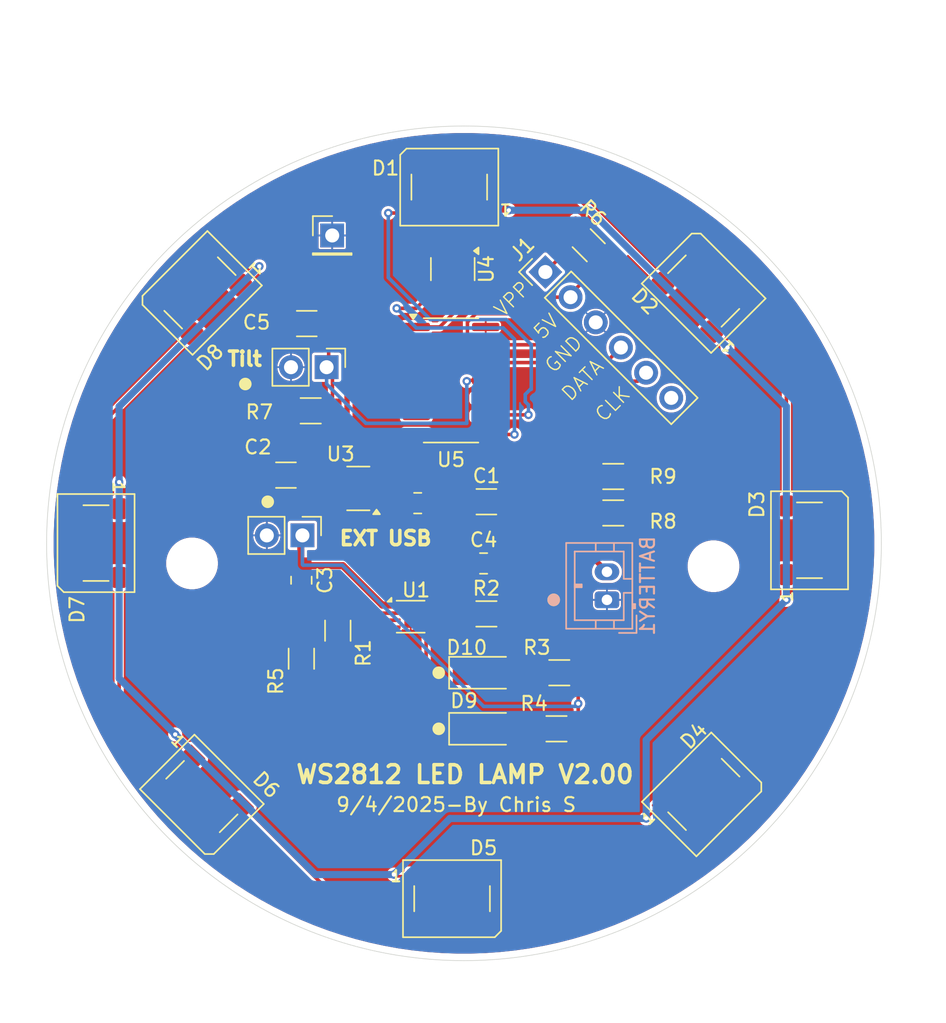
<source format=kicad_pcb>
(kicad_pcb (version 20241229) (generator "pcbnew") (generator_version "9.0")
  (layers (0 "F.Cu" signal) (2 "B.Cu" signal) (13 "F.Paste" user) (15 "B.Paste" user) (5 "F.SilkS" user "F.Silkscreen") (7 "B.SilkS" user "B.Silkscreen") (1 "F.Mask" user) (3 "B.Mask" user) (25 "Edge.Cuts" user))
  (net 0 "")
  (net 1 "VBATT")
  (net 2 "GND")
  (net 3 "5V")
  (net 4 "Net-(EXT_USB1-Pin_1)")
  (net 5 "/STAT")
  (net 6 "Net-(D9-A)")
  (net 7 "Net-(D10-A)")
  (net 8 "/PG")
  (net 9 "Net-(U1-ISET)")
  (net 10 "Net-(U1-VSET)")
  (net 11 "Net-(U1-TS)")
  (net 12 "VPP")
  (net 13 "TILT SWITCH{slash}INT0")
  (net 14 "SDO")
  (net 15 "ICSPDAT")
  (net 16 "ICSPCLK")
  (net 20 "/SCLK6")
  (net 21 "/SW")
  (net 22 "/SWITCHED_5V")
  (net 23 "BATTERY_SENSE")
  (net 25 "LED_ENABLE")
  (net 30 "Net-(D1-DOUT)")
  (net 31 "Net-(D2-DOUT)")
  (net 32 "Net-(D3-DOUT)")
  (net 33 "Net-(D4-DOUT)")
  (net 34 "Net-(D5-DOUT)")
  (net 35 "Net-(D6-DOUT)")
  (net 36 "Net-(D7-DOUT)")
  (footprint "LED_SMD:LED_WS2812B_PLCC4_5.0x5.0mm_P3.2mm" (layer "F.Cu") (at 69.75 96.12)
    (property "Reference" "D5" (at 2.25 -3.62 0) (layer "F.SilkS"))
    (property "Value" "WS2812B" (hide yes))
    (fp_text user "1" (at -4 -1.6 0) (layer "F.SilkS") (effects (font (size 0.8 0.8))))
    (pad "1" smd roundrect (at -2.45 -1.65) (size 1.5 0.9) (layers "F.Cu" "F.Mask" "F.Paste") (roundrect_rratio 0.1) (net 22 "/SWITCHED_5V"))
    (pad "2" smd roundrect (at -2.45 1.65) (size 1.5 0.9) (layers "F.Cu" "F.Mask" "F.Paste") (roundrect_rratio 0.1) (net 34 "Net-(D5-DOUT)"))
    (pad "3" smd roundrect (at 2.45 1.65) (size 1.5 0.9) (layers "F.Cu" "F.Mask" "F.Paste") (roundrect_rratio 0.1) (net 2 "GND"))
    (pad "4" smd roundrect (at 2.45 -1.65) (size 1.5 0.9) (layers "F.Cu" "F.Mask" "F.Paste") (roundrect_rratio 0.1) (net 33 "Net-(D4-DOUT)"))
  )
  (footprint "LED_SMD:LED_WS2812B_PLCC4_5.0x5.0mm_P3.2mm" (layer "F.Cu") (at 69.55 45.35 180)
    (property "Reference" "D1" (at 4.55 1.35 0) (layer "F.SilkS"))
    (property "Value" "WS2812B" (hide yes))
    (fp_text user "1" (at -4 -1.6 180) (layer "F.SilkS") (effects (font (size 0.8 0.8))))
    (pad "1" smd roundrect (at -2.45 -1.65 180) (size 1.5 0.9) (layers "F.Cu" "F.Mask" "F.Paste") (roundrect_rratio 0.1) (net 22 "/SWITCHED_5V"))
    (pad "2" smd roundrect (at -2.45 1.65 180) (size 1.5 0.9) (layers "F.Cu" "F.Mask" "F.Paste") (roundrect_rratio 0.1) (net 30 "Net-(D1-DOUT)"))
    (pad "3" smd roundrect (at 2.45 1.65 180) (size 1.5 0.9) (layers "F.Cu" "F.Mask" "F.Paste") (roundrect_rratio 0.1) (net 2 "GND"))
    (pad "4" smd roundrect (at 2.45 -1.65 180) (size 1.5 0.9) (layers "F.Cu" "F.Mask" "F.Paste") (roundrect_rratio 0.1) (net 14 "SDO"))
  )
  (footprint "Capacitor_SMD:C_1206_3216Metric_Pad1.33x1.80mm_HandSolder" (layer "F.Cu") (at 59.383578 55.088729 180)
    (property "Reference" "C5" (at 3.583578 0.088729 0) (layer "F.SilkS"))
    (property "Value" "10nF" (hide yes))
    (pad "1" smd roundrect (at -1.5625 0 180) (size 1.325 1.8) (layers "F.Cu" "F.Mask" "F.Paste") (roundrect_rratio 0.188679) (net 13 "TILT SWITCH{slash}INT0"))
    (pad "2" smd roundrect (at 1.5625 0 180) (size 1.325 1.8) (layers "F.Cu" "F.Mask" "F.Paste") (roundrect_rratio 0.188679) (net 2 "GND"))
  )
  (footprint "Connector_PinHeader_2.54mm:PinHeader_1x02_P2.54mm_Vertical" (layer "F.Cu") (at 60.8 58.2 -90)
    (property "Reference" "TILTSWITCH1" (hide yes))
    (property "Value" "Conn_01x02_Pin" (hide yes))
    (pad "1" thru_hole rect (at 0 0 270) (size 1.7 1.7) (drill 1) (layers "*.Cu" "*.Mask") (net 13 "TILT SWITCH{slash}INT0"))
    (pad "2" thru_hole oval (at 0 2.54 270) (size 1.7 1.7) (drill 1) (layers "*.Cu" "*.Mask") (net 2 "GND"))
  )
  (footprint "LED_SMD:LED_WS2812B_PLCC4_5.0x5.0mm_P3.2mm" (layer "F.Cu") (at 51.765685 52.900862 -135)
    (property "Reference" "D8" (at 2.732843 -3.771321 45) (layer "F.SilkS"))
    (property "Value" "WS2812B" (hide yes))
    (fp_text user "1" (at -4 -1.6 225) (layer "F.SilkS") (effects (font (size 0.8 0.8))))
    (pad "1" smd roundrect (at -2.45 -1.65 225) (size 1.5 0.9) (layers "F.Cu" "F.Mask" "F.Paste") (roundrect_rratio 0.1) (net 22 "/SWITCHED_5V"))
    (pad "2" smd roundrect (at -2.45 1.65 225) (size 1.5 0.9) (layers "F.Cu" "F.Mask" "F.Paste") (roundrect_rratio 0.1))
    (pad "3" smd roundrect (at 2.45 1.65 225) (size 1.5 0.9) (layers "F.Cu" "F.Mask" "F.Paste") (roundrect_rratio 0.1) (net 2 "GND"))
    (pad "4" smd roundrect (at 2.45 -1.65 225) (size 1.5 0.9) (layers "F.Cu" "F.Mask" "F.Paste") (roundrect_rratio 0.1) (net 36 "Net-(D7-DOUT)"))
  )
  (footprint "Resistor_SMD:R_1206_3216Metric_Pad1.30x1.75mm_HandSolder" (layer "F.Cu") (at 77.2 84.000001 180)
    (property "Reference" "R4" (at 1.6 1.8 180) (layer "F.SilkS"))
    (property "Value" "10k" (hide yes))
    (pad "1" smd roundrect (at -1.550001 0 180) (size 1.3 1.75) (layers "F.Cu" "F.Mask" "F.Paste") (roundrect_rratio 0.192308) (net 4 "Net-(EXT_USB1-Pin_1)"))
    (pad "2" smd roundrect (at 1.550001 0 180) (size 1.3 1.75) (layers "F.Cu" "F.Mask" "F.Paste") (roundrect_rratio 0.192308) (net 6 "Net-(D9-A)"))
  )
  (footprint "Package_TO_SOT_SMD:SOT-23-5" (layer "F.Cu") (at 69.8 51.2 -90)
    (property "Reference" "U4" (at 0 -2.4 90) (layer "F.SilkS"))
    (property "Value" "AP22811" (hide yes))
    (pad "1" smd roundrect (at -1.1375 -0.949999 270) (size 1.325 0.6) (layers "F.Cu" "F.Mask" "F.Paste") (net 22 "/SWITCHED_5V"))
    (pad "2" smd roundrect (at -1.1375 0 270) (size 1.325 0.6) (layers "F.Cu" "F.Mask" "F.Paste") (net 2 "GND"))
    (pad "3" smd roundrect (at -1.1375 0.949999 270) (size 1.325 0.6) (layers "F.Cu" "F.Mask" "F.Paste"))
    (pad "4" smd roundrect (at 1.1375 0.949999 270) (size 1.325 0.6) (layers "F.Cu" "F.Mask" "F.Paste") (net 25 "LED_ENABLE"))
    (pad "5" smd roundrect (at 1.1375 -0.949999 270) (size 1.325 0.6) (layers "F.Cu" "F.Mask" "F.Paste") (net 3 "5V"))
  )
  (footprint "Resistor_SMD:R_1206_3216Metric_Pad1.30x1.75mm_HandSolder" (layer "F.Cu") (at 61.6 77.000001 -90)
    (property "Reference" "R1" (at 1.6 -1.82 90) (layer "F.SilkS"))
    (property "Value" "604" (hide yes))
    (pad "1" smd roundrect (at -1.550001 0 270) (size 1.3 1.75) (layers "F.Cu" "F.Mask" "F.Paste") (roundrect_rratio 0.192308) (net 9 "Net-(U1-ISET)"))
    (pad "2" smd roundrect (at 1.550001 0 270) (size 1.3 1.75) (layers "F.Cu" "F.Mask" "F.Paste") (roundrect_rratio 0.192308) (net 2 "GND"))
  )
  (footprint "Capacitor_SMD:C_1206_3216Metric_Pad1.33x1.80mm_HandSolder" (layer "F.Cu") (at 57.9 65.900001 180)
    (property "Reference" "C2" (at 2 2 0) (layer "F.SilkS"))
    (property "Value" "22uF" (hide yes))
    (pad "1" smd roundrect (at -1.5625 0 180) (size 1.325 1.8) (layers "F.Cu" "F.Mask" "F.Paste") (roundrect_rratio 0.188679) (net 3 "5V"))
    (pad "2" smd roundrect (at 1.5625 0 180) (size 1.325 1.8) (layers "F.Cu" "F.Mask" "F.Paste") (roundrect_rratio 0.188679) (net 2 "GND"))
  )
  (footprint "LED_SMD:LED_WS2812B_PLCC4_5.0x5.0mm_P3.2mm" (layer "F.Cu") (at 87.710512 88.680512 45)
    (property "Reference" "D4" (at 2.453661 -3.458476 45) (layer "F.SilkS"))
    (property "Value" "WS2812B" (hide yes))
    (fp_text user "1" (at -4 -1.6 45) (layer "F.SilkS") (effects (font (size 0.8 0.8))))
    (pad "1" smd roundrect (at -2.45 -1.65 45) (size 1.5 0.9) (layers "F.Cu" "F.Mask" "F.Paste") (roundrect_rratio 0.1) (net 22 "/SWITCHED_5V"))
    (pad "2" smd roundrect (at -2.45 1.65 45) (size 1.5 0.9) (layers "F.Cu" "F.Mask" "F.Paste") (roundrect_rratio 0.1) (net 33 "Net-(D4-DOUT)"))
    (pad "3" smd roundrect (at 2.45 1.65 45) (size 1.5 0.9) (layers "F.Cu" "F.Mask" "F.Paste") (roundrect_rratio 0.1) (net 2 "GND"))
    (pad "4" smd roundrect (at 2.45 -1.65 45) (size 1.5 0.9) (layers "F.Cu" "F.Mask" "F.Paste") (roundrect_rratio 0.1) (net 32 "Net-(D3-DOUT)"))
  )
  (footprint "Resistor_SMD:R_1206_3216Metric_Pad1.30x1.75mm_HandSolder" (layer "F.Cu") (at 81.249999 66.000001)
    (property "Reference" "R9" (at 3.550001 0 0) (layer "F.SilkS"))
    (property "Value" "100k" (hide yes))
    (pad "1" smd roundrect (at -1.55 0) (size 1.3 1.75) (layers "F.Cu" "F.Mask" "F.Paste") (roundrect_rratio 0.192308) (net 2 "GND"))
    (pad "2" smd roundrect (at 1.55 0) (size 1.3 1.75) (layers "F.Cu" "F.Mask" "F.Paste") (roundrect_rratio 0.192308) (net 23 "BATTERY_SENSE"))
  )
  (footprint "Capacitor_SMD:C_0805_2012Metric_Pad1.18x1.45mm_HandSolder" (layer "F.Cu") (at 59 73.400001 -90)
    (property "Reference" "C3" (at 0 -1.679999 90) (layer "F.SilkS"))
    (property "Value" "4.7uF" (hide yes))
    (pad "1" smd roundrect (at -1.0375 0 270) (size 1.175 1.45) (layers "F.Cu" "F.Mask" "F.Paste") (roundrect_rratio 0.212766) (net 4 "Net-(EXT_USB1-Pin_1)"))
    (pad "2" smd roundrect (at 1.0375 0 270) (size 1.175 1.45) (layers "F.Cu" "F.Mask" "F.Paste") (roundrect_rratio 0.212766) (net 2 "GND"))
  )
  (footprint "Package_SON:WSON-8-1EP_2x2mm_P0.5mm_EP0.9x1.6mm" (layer "F.Cu") (at 66.8 76.000001)
    (property "Reference" "U1" (at 0.38 -1.9 0) (layer "F.SilkS"))
    (property "Value" "BQ25176" (hide yes))
    (pad "1" smd roundrect (at -1.1595 -0.75) (size 0.881 0.25) (layers "F.Cu" "F.Mask" "F.Paste") (net 4 "Net-(EXT_USB1-Pin_1)"))
    (pad "2" smd roundrect (at -1.1595 -0.25) (size 0.881 0.25) (layers "F.Cu" "F.Mask" "F.Paste") (net 9 "Net-(U1-ISET)"))
    (pad "3" smd roundrect (at -1.1595 0.25) (size 0.881 0.25) (layers "F.Cu" "F.Mask" "F.Paste") (net 11 "Net-(U1-TS)"))
    (pad "4" smd roundrect (at -1.1595 0.75) (size 0.881 0.25) (layers "F.Cu" "F.Mask" "F.Paste") (net 2 "GND"))
    (pad "5" smd roundrect (at 1.1845 0.75) (size 0.931 0.25) (layers "F.Cu" "F.Mask" "F.Paste") (net 5 "/STAT"))
    (pad "6" smd roundrect (at 1.1845 0.25) (size 0.931 0.25) (layers "F.Cu" "F.Mask" "F.Paste") (net 8 "/PG"))
    (pad "7" smd roundrect (at 1.1845 -0.25) (size 0.931 0.25) (layers "F.Cu" "F.Mask" "F.Paste") (net 10 "Net-(U1-VSET)"))
    (pad "8" smd roundrect (at 1.1845 -0.75) (size 0.931 0.25) (layers "F.Cu" "F.Mask" "F.Paste") (net 1 "VBATT"))
    (pad "9" smd rect (at 0 0) (size 0.9 1.6) (layers "F.Cu" "F.Mask") (net 2 "GND"))
  )
  (footprint "LED_SMD:LED_WS2812B_PLCC4_5.0x5.0mm_P3.2mm" (layer "F.Cu") (at 87.699138 52.765685 135)
    (property "Reference" "D2" (at 2.45 -3.488478 135) (layer "F.SilkS"))
    (property "Value" "WS2812B" (hide yes))
    (fp_text user "1" (at -4 -1.6 135) (layer "F.SilkS") (effects (font (size 0.8 0.8))))
    (pad "1" smd roundrect (at -2.45 -1.65 135) (size 1.5 0.9) (layers "F.Cu" "F.Mask" "F.Paste") (roundrect_rratio 0.1) (net 22 "/SWITCHED_5V"))
    (pad "2" smd roundrect (at -2.45 1.65 135) (size 1.5 0.9) (layers "F.Cu" "F.Mask" "F.Paste") (roundrect_rratio 0.1) (net 31 "Net-(D2-DOUT)"))
    (pad "3" smd roundrect (at 2.45 1.65 135) (size 1.5 0.9) (layers "F.Cu" "F.Mask" "F.Paste") (roundrect_rratio 0.1) (net 2 "GND"))
    (pad "4" smd roundrect (at 2.45 -1.65 135) (size 1.5 0.9) (layers "F.Cu" "F.Mask" "F.Paste") (roundrect_rratio 0.1) (net 30 "Net-(D1-DOUT)"))
  )
  (footprint "LED_SMD:LED_1206_3216Metric_Pad1.42x1.75mm_HandSolder" (layer "F.Cu") (at 72 80.000001)
    (property "Reference" "D10" (at -1.2 -1.8 0) (layer "F.SilkS"))
    (property "Value" "Red" (hide yes))
    (pad "1" smd roundrect (at -1.4875 0) (size 1.425 1.75) (layers "F.Cu" "F.Mask" "F.Paste") (roundrect_rratio 0.175439) (net 8 "/PG"))
    (pad "2" smd roundrect (at 1.4875 0) (size 1.425 1.75) (layers "F.Cu" "F.Mask" "F.Paste") (roundrect_rratio 0.175439) (net 7 "Net-(D10-A)"))
  )
  (footprint "LED_SMD:LED_WS2812B_PLCC4_5.0x5.0mm_P3.2mm" (layer "F.Cu") (at 95.25 70.55 90)
    (property "Reference" "D3" (at 2.55 -3.75 90) (layer "F.SilkS"))
    (property "Value" "WS2812B" (hide yes))
    (fp_text user "1" (at -4 -1.6 90) (layer "F.SilkS") (effects (font (size 0.8 0.8))))
    (pad "1" smd roundrect (at -2.45 -1.65 90) (size 1.5 0.9) (layers "F.Cu" "F.Mask" "F.Paste") (roundrect_rratio 0.1) (net 22 "/SWITCHED_5V"))
    (pad "2" smd roundrect (at -2.45 1.65 90) (size 1.5 0.9) (layers "F.Cu" "F.Mask" "F.Paste") (roundrect_rratio 0.1) (net 32 "Net-(D3-DOUT)"))
    (pad "3" smd roundrect (at 2.45 1.65 90) (size 1.5 0.9) (layers "F.Cu" "F.Mask" "F.Paste") (roundrect_rratio 0.1) (net 2 "GND"))
    (pad "4" smd roundrect (at 2.45 -1.65 90) (size 1.5 0.9) (layers "F.Cu" "F.Mask" "F.Paste") (roundrect_rratio 0.1) (net 31 "Net-(D2-DOUT)"))
  )
  (footprint "LED_SMD:LED_1206_3216Metric_Pad1.42x1.75mm_HandSolder" (layer "F.Cu") (at 72 84.000001)
    (property "Reference" "D9" (at -1.4 -2 0) (layer "F.SilkS"))
    (property "Value" "Green" (hide yes))
    (pad "1" smd roundrect (at -1.4875 0) (size 1.425 1.75) (layers "F.Cu" "F.Mask" "F.Paste") (roundrect_rratio 0.175439) (net 5 "/STAT"))
    (pad "2" smd roundrect (at 1.4875 0) (size 1.425 1.75) (layers "F.Cu" "F.Mask" "F.Paste") (roundrect_rratio 0.175439) (net 6 "Net-(D9-A)"))
  )
  (footprint "MountingHole:MountingHole_3.2mm_M3" (layer "F.Cu") (at 88.4 72.4)
    (property "Reference" "H2" (hide yes))
    (property "Value" "MountingHole" (hide yes))
    (pad "" np_thru_hole circle (at 0 0) (size 3.2 3.2) (drill 3.2) (layers "*.Cu" "*.Mask"))
  )
  (footprint "Capacitor_SMD:C_1206_3216Metric_Pad1.33x1.80mm_HandSolder" (layer "F.Cu") (at 72.2 67.800001)
    (property "Reference" "C1" (at 0 -1.850001 0) (layer "F.SilkS"))
    (property "Value" "4.7uF" (hide yes))
    (pad "1" smd roundrect (at -1.5625 0) (size 1.325 1.8) (layers "F.Cu" "F.Mask" "F.Paste") (roundrect_rratio 0.188679) (net 1 "VBATT"))
    (pad "2" smd roundrect (at 1.5625 0) (size 1.325 1.8) (layers "F.Cu" "F.Mask" "F.Paste") (roundrect_rratio 0.188679) (net 2 "GND"))
  )
  (footprint "Package_SO:SO-14_3.9x8.65mm_P1.27mm" (layer "F.Cu") (at 69.675 59.14)
    (property "Reference" "U5" (at 0 5.66 0) (layer "F.SilkS"))
    (property "Value" "PIC16F17124-I/SL" (hide yes))
    (pad "1" smd roundrect (at -2.475 -3.81) (size 1.95 0.6) (layers "F.Cu" "F.Mask" "F.Paste") (net 3 "5V"))
    (pad "2" smd roundrect (at -2.475 -2.54) (size 1.95 0.6) (layers "F.Cu" "F.Mask" "F.Paste"))
    (pad "3" smd roundrect (at -2.475 -1.27) (size 1.95 0.6) (layers "F.Cu" "F.Mask" "F.Paste"))
    (pad "4" smd roundrect (at -2.475 0) (size 1.95 0.6) (layers "F.Cu" "F.Mask" "F.Paste") (net 12 "VPP"))
    (pad "5" smd roundrect (at -2.475 1.27) (size 1.95 0.6) (layers "F.Cu" "F.Mask" "F.Paste"))
    (pad "6" smd roundrect (at -2.475 2.54) (size 1.95 0.6) (layers "F.Cu" "F.Mask" "F.Paste"))
    (pad "7" smd roundrect (at -2.475 3.81) (size 1.95 0.6) (layers "F.Cu" "F.Mask" "F.Paste") (net 23 "BATTERY_SENSE"))
    (pad "8" smd roundrect (at 2.475 3.81) (size 1.95 0.6) (layers "F.Cu" "F.Mask" "F.Paste") (net 25 "LED_ENABLE"))
    (pad "9" smd roundrect (at 2.475 2.54) (size 1.95 0.6) (layers "F.Cu" "F.Mask" "F.Paste") (net 14 "SDO"))
    (pad "10" smd roundrect (at 2.475 1.27) (size 1.95 0.6) (layers "F.Cu" "F.Mask" "F.Paste"))
    (pad "11" smd roundrect (at 2.475 0) (size 1.95 0.6) (layers "F.Cu" "F.Mask" "F.Paste") (net 13 "TILT SWITCH{slash}INT0"))
    (pad "12" smd roundrect (at 2.475 -1.27) (size 1.95 0.6) (layers "F.Cu" "F.Mask" "F.Paste") (net 16 "ICSPCLK"))
    (pad "13" smd roundrect (at 2.475 -2.54) (size 1.95 0.6) (layers "F.Cu" "F.Mask" "F.Paste") (net 15 "ICSPDAT"))
    (pad "14" smd roundrect (at 2.475 -3.81) (size 1.95 0.6) (layers "F.Cu" "F.Mask" "F.Paste") (net 2 "GND"))
  )
  (footprint "MountingHole:MountingHole_3.2mm_M3" (layer "F.Cu") (at 51.2 72.2)
    (property "Reference" "H1" (hide yes))
    (property "Value" "MountingHole" (hide yes))
    (pad "" np_thru_hole circle (at 0 0) (size 3.2 3.2) (drill 3.2) (layers "*.Cu" "*.Mask"))
  )
  (footprint "Resistor_SMD:R_1206_3216Metric_Pad1.30x1.75mm_HandSolder" (layer "F.Cu") (at 59 79.000001 90)
    (property "Reference" "R5" (at -1.6 -1.82 270) (layer "F.SilkS"))
    (property "Value" "10k" (hide yes))
    (pad "1" smd roundrect (at -1.550001 0 90) (size 1.3 1.75) (layers "F.Cu" "F.Mask" "F.Paste") (roundrect_rratio 0.192308) (net 2 "GND"))
    (pad "2" smd roundrect (at 1.550001 0 90) (size 1.3 1.75) (layers "F.Cu" "F.Mask" "F.Paste") (roundrect_rratio 0.192308) (net 11 "Net-(U1-TS)"))
  )
  (footprint "Connector_PinHeader_2.54mm:PinHeader_1x01_P2.54mm_Vertical" (layer "F.Cu") (at 61.2 48.8)
    (property "Reference" "TP1" (hide yes))
    (property "Value" "TestPoint" (hide yes))
    (pad "1" thru_hole rect (at 0 0) (size 1.7 1.7) (drill 1) (layers "*.Cu" "*.Mask") (net 2 "GND"))
  )
  (footprint "LED_SMD:LED_WS2812B_PLCC4_5.0x5.0mm_P3.2mm" (layer "F.Cu") (at 51.900862 88.834315 -45)
    (property "Reference" "D6" (at 2.662132 -3.842031 135) (layer "F.SilkS"))
    (property "Value" "WS2812B" (hide yes))
    (fp_text user "1" (at -4 -1.6 315) (layer "F.SilkS") (effects (font (size 0.8 0.8))))
    (pad "1" smd roundrect (at -2.45 -1.65 315) (size 1.5 0.9) (layers "F.Cu" "F.Mask" "F.Paste") (roundrect_rratio 0.1) (net 22 "/SWITCHED_5V"))
    (pad "2" smd roundrect (at -2.45 1.65 315) (size 1.5 0.9) (layers "F.Cu" "F.Mask" "F.Paste") (roundrect_rratio 0.1) (net 35 "Net-(D6-DOUT)"))
    (pad "3" smd roundrect (at 2.45 1.65 315) (size 1.5 0.9) (layers "F.Cu" "F.Mask" "F.Paste") (roundrect_rratio 0.1) (net 2 "GND"))
    (pad "4" smd roundrect (at 2.45 -1.65 315) (size 1.5 0.9) (layers "F.Cu" "F.Mask" "F.Paste") (roundrect_rratio 0.1) (net 34 "Net-(D5-DOUT)"))
  )
  (footprint "Resistor_SMD:R_1206_3216Metric_Pad1.30x1.75mm_HandSolder" (layer "F.Cu") (at 77.4 80.000001 180)
    (property "Reference" "R3" (at 1.6 1.8 180) (layer "F.SilkS"))
    (property "Value" "10k" (hide yes))
    (pad "1" smd roundrect (at -1.550001 0 180) (size 1.3 1.75) (layers "F.Cu" "F.Mask" "F.Paste") (roundrect_rratio 0.192308) (net 4 "Net-(EXT_USB1-Pin_1)"))
    (pad "2" smd roundrect (at 1.550001 0 180) (size 1.3 1.75) (layers "F.Cu" "F.Mask" "F.Paste") (roundrect_rratio 0.192308) (net 7 "Net-(D10-A)"))
  )
  (footprint "Resistor_SMD:R_1206_3216Metric_Pad1.30x1.75mm_HandSolder" (layer "F.Cu") (at 81.249999 68.600001 180)
    (property "Reference" "R8" (at -3.550001 -0.6 180) (layer "F.SilkS"))
    (property "Value" "100k" (hide yes))
    (pad "1" smd roundrect (at -1.550001 0 180) (size 1.3 1.75) (layers "F.Cu" "F.Mask" "F.Paste") (roundrect_rratio 0.192308) (net 23 "BATTERY_SENSE"))
    (pad "2" smd roundrect (at 1.550001 0 180) (size 1.3 1.75) (layers "F.Cu" "F.Mask" "F.Paste") (roundrect_rratio 0.192308) (net 1 "VBATT"))
  )
  (footprint "SparkFun-Capacitor:C_0805_2012Metric" (layer "F.Cu") (at 67.3 67.900001 180)
    (property "Reference" "L2")
    (property "Value" "2.2uH" (hide yes))
    (pad "1" smd roundrect (at -0.95 0 180) (size 1 1.45) (layers "F.Cu" "F.Mask" "F.Paste") (net 1 "VBATT"))
    (pad "2" smd roundrect (at 0.95 0 180) (size 1 1.45) (layers "F.Cu" "F.Mask" "F.Paste") (net 21 "/SW"))
  )
  (footprint "Connector_PinHeader_2.54mm:PinHeader_1x06_P2.54mm_Vertical" (layer "F.Cu") (at 76.407898 51.407898 45)
    (property "Reference" "J1" (at 0 -2.33 45) (layer "F.SilkS"))
    (property "Value" "Conn_PIC_ICSP_ICD" (hide yes))
    (pad "1" thru_hole rect (at 0 0 45) (size 1.7 1.7) (drill 1) (layers "*.Cu" "*.Mask") (net 12 "VPP"))
    (pad "2" thru_hole oval (at 0 2.54 45) (size 1.7 1.7) (drill 1) (layers "*.Cu" "*.Mask") (net 3 "5V"))
    (pad "3" thru_hole oval (at 0 5.079999 45) (size 1.7 1.7) (drill 1) (layers "*.Cu" "*.Mask") (net 2 "GND"))
    (pad "4" thru_hole oval (at 0 7.62 45) (size 1.7 1.7) (drill 1) (layers "*.Cu" "*.Mask") (net 15 "ICSPDAT"))
    (pad "5" thru_hole oval (at 0 10.16 45) (size 1.7 1.7) (drill 1) (layers "*.Cu" "*.Mask") (net 16 "ICSPCLK"))
    (pad "6" thru_hole oval (at 0 12.7 45) (size 1.7 1.7) (drill 1) (layers "*.Cu" "*.Mask"))
  )
  (footprint "Resistor_SMD:R_1206_3216Metric_Pad1.30x1.75mm_HandSolder" (layer "F.Cu") (at 79.5 49.5 -45)
    (property "Reference" "R6" (at -1.414214 -1.838478 135) (layer "F.SilkS"))
    (property "Value" "10k" (hide yes))
    (pad "1" smd roundrect (at -1.550001 0 315) (size 1.3 1.75) (layers "F.Cu" "F.Mask" "F.Paste") (roundrect_rratio 0.192308) (net 12 "VPP"))
    (pad "2" smd roundrect (at 1.550001 0 315) (size 1.3 1.75) (layers "F.Cu" "F.Mask" "F.Paste") (roundrect_rratio 0.192308) (net 3 "5V"))
  )
  (footprint "Resistor_SMD:R_1206_3216Metric_Pad1.30x1.75mm_HandSolder" (layer "F.Cu") (at 72.2 75.800001)
    (property "Reference" "R2" (at 0 -1.82 0) (layer "F.SilkS"))
    (property "Value" "27.4k" (hide yes))
    (pad "1" smd roundrect (at -1.55 0) (size 1.3 1.75) (layers "F.Cu" "F.Mask" "F.Paste") (roundrect_rratio 0.192308) (net 10 "Net-(U1-VSET)"))
    (pad "2" smd roundrect (at 1.55 0) (size 1.3 1.75) (layers "F.Cu" "F.Mask" "F.Paste") (roundrect_rratio 0.192308) (net 2 "GND"))
  )
  (footprint "Package_TO_SOT_SMD:SOT-23-5" (layer "F.Cu") (at 63.0625 66.850001 180)
    (property "Reference" "U3" (at 1.2625 2.45 0) (layer "F.SilkS"))
    (property "Value" "TPS613222ADBVR" (hide yes))
    (pad "1" smd roundrect (at -1.1375 -0.95 180) (size 1.325 0.6) (layers "F.Cu" "F.Mask" "F.Paste") (net 21 "/SW"))
    (pad "2" smd roundrect (at -1.1375 0 180) (size 1.325 0.6) (layers "F.Cu" "F.Mask" "F.Paste") (net 2 "GND"))
    (pad "3" smd roundrect (at -1.1375 0.95 180) (size 1.325 0.6) (layers "F.Cu" "F.Mask" "F.Paste"))
    (pad "4" smd roundrect (at 1.1375 0.95 180) (size 1.325 0.6) (layers "F.Cu" "F.Mask" "F.Paste") (net 3 "5V"))
    (pad "5" smd roundrect (at 1.1375 -0.95 180) (size 1.325 0.6) (layers "F.Cu" "F.Mask" "F.Paste"))
  )
  (footprint "Connector_PinHeader_2.54mm:PinHeader_1x02_P2.54mm_Vertical" (layer "F.Cu") (at 59.075 70.200001 -90)
    (property "Reference" "EXT_USB1" (hide yes))
    (property "Value" "Conn_01x02_Pin" (hide yes))
    (pad "1" thru_hole rect (at 0 0 270) (size 1.7 1.7) (drill 1) (layers "*.Cu" "*.Mask") (net 4 "Net-(EXT_USB1-Pin_1)"))
    (pad "2" thru_hole oval (at 0 2.54 270) (size 1.7 1.7) (drill 1) (layers "*.Cu" "*.Mask") (net 2 "GND"))
  )
  (footprint "Resistor_SMD:R_1206_3216Metric_Pad1.30x1.75mm_HandSolder" (layer "F.Cu") (at 59.666421 61.311269 180)
    (property "Reference" "R7" (at 3.666421 -0.088731 0) (layer "F.SilkS"))
    (property "Value" "10k" (hide yes))
    (pad "1" smd roundrect (at -1.550001 0 180) (size 1.3 1.75) (layers "F.Cu" "F.Mask" "F.Paste") (roundrect_rratio 0.192308) (net 13 "TILT SWITCH{slash}INT0"))
    (pad "2" smd roundrect (at 1.550001 0 180) (size 1.3 1.75) (layers "F.Cu" "F.Mask" "F.Paste") (roundrect_rratio 0.192308) (net 3 "5V"))
  )
  (footprint "Capacitor_SMD:C_0805_2012Metric_Pad1.18x1.45mm_HandSolder" (layer "F.Cu") (at 72 72.200001)
    (property "Reference" "C4" (at 0 -1.679999 0) (layer "F.SilkS"))
    (property "Value" "4.7uF" (hide yes))
    (pad "1" smd roundrect (at -1.0375 0) (size 1.175 1.45) (layers "F.Cu" "F.Mask" "F.Paste") (roundrect_rratio 0.212766) (net 1 "VBATT"))
    (pad "2" smd roundrect (at 1.0375 0) (size 1.175 1.45) (layers "F.Cu" "F.Mask" "F.Paste") (roundrect_rratio 0.212766) (net 2 "GND"))
  )
  (footprint "LED_SMD:LED_WS2812B_PLCC4_5.0x5.0mm_P3.2mm" (layer "F.Cu") (at 44.35 70.75 -90)
    (property "Reference" "D7" (at 4.75 1.35 90) (layer "F.SilkS"))
    (property "Value" "WS2812B" (hide yes))
    (fp_text user "1" (at -4 -1.6 270) (layer "F.SilkS") (effects (font (size 0.8 0.8))))
    (pad "1" smd roundrect (at -2.45 -1.65 270) (size 1.5 0.9) (layers "F.Cu" "F.Mask" "F.Paste") (roundrect_rratio 0.1) (net 22 "/SWITCHED_5V"))
    (pad "2" smd roundrect (at -2.45 1.65 270) (size 1.5 0.9) (layers "F.Cu" "F.Mask" "F.Paste") (roundrect_rratio 0.1) (net 36 "Net-(D7-DOUT)"))
    (pad "3" smd roundrect (at 2.45 1.65 270) (size 1.5 0.9) (layers "F.Cu" "F.Mask" "F.Paste") (roundrect_rratio 0.1) (net 2 "GND"))
    (pad "4" smd roundrect (at 2.45 -1.65 270) (size 1.5 0.9) (layers "F.Cu" "F.Mask" "F.Paste") (roundrect_rratio 0.1) (net 35 "Net-(D6-DOUT)"))
  )
  (footprint "Connector_JST:JST_PH_B2B-PH-K_1x02_P2.00mm_Vertical" (layer "B.Cu") (at 80.8 74.800001 90)
    (property "Reference" "BATTERY1" (at 1 2.9 270) (layer "B.SilkS") (effects (justify mirror)))
    (property "Value" "Conn_01x02_Pin" (hide yes))
    (pad "1" thru_hole roundrect (at 0 0 90) (size 1.2 1.75) (drill 0.75) (layers "*.Cu" "*.Mask") (roundrect_rratio 0.208333) (net 2 "GND"))
    (pad "2" thru_hole oval (at 2.000001 0 90) (size 1.2 1.75) (drill 0.75) (layers "*.Cu" "*.Mask") (net 1 "VBATT"))
  )
  (gr_circle (center 56.6 67.800001) (end 57 67.800001) (stroke (width 0.1)) (fill yes) (layer "F.SilkS"))
  (gr_circle (center 68.8 84.000001) (end 69.2 84.000001) (stroke (width 0.1)) (fill yes) (layer "F.SilkS"))
  (gr_circle (center 77 74.8) (end 77.4 74.8) (stroke (width 0.1)) (fill yes) (layer "F.SilkS"))
  (gr_circle (center 55 59.4) (end 55.4 59.4) (stroke (width 0.1)) (fill yes) (layer "F.SilkS"))
  (gr_circle (center 68.8 80.000001) (end 69.2 80.000001) (stroke (width 0.1)) (fill yes) (layer "F.SilkS"))
  (gr_circle (center 77 74.8) (end 77.4 74.8) (stroke (width 0.1)) (fill yes) (layer "B.SilkS"))
  (gr_circle (center 70.6 70.766031) (end 100.375232 70.766031) (stroke (width 0.05)) (fill no) (layer "Edge.Cuts"))
  (gr_text "CLK\n" (at 80.577063 62.29 45) (layer "F.SilkS") (effects (font (size 1 1) (thickness 0.1)) (justify left bottom)))
  (gr_text "9/4/2025-By Chris S" (at 61.4 90 0) (layer "F.SilkS") (effects (font (size 1 1)) (justify left bottom)))
  (gr_text "5V" (at 76.2 56.4 45) (layer "F.SilkS") (effects (font (size 1 1) (thickness 0.1)) (justify left bottom)))
  (gr_text "Tilt" (at 53.6 58.2 0) (layer "F.SilkS") (effects (font (size 1.016 1.016) (thickness 0.254) (bold yes)) (justify left bottom)))
  (gr_text "DATA" (at 78.2 60.8 45) (layer "F.SilkS") (effects (font (size 1 1) (thickness 0.1)) (justify left bottom)))
  (gr_text "VPP\n" (at 73.4 54.8 45) (layer "F.SilkS") (effects (font (size 1 1) (thickness 0.1)) (justify left bottom)))
  (gr_text "GND" (at 77 58.8 45) (layer "F.SilkS") (effects (font (size 1 1) (thickness 0.1)) (justify left bottom)))
  (gr_text "WS2812 LED LAMP V2.00" (at 58.5 88 0) (layer "F.SilkS") (effects (font (size 1.27 1.27) (thickness 0.254) (bold yes)) (justify left bottom)))
  (gr_text "EXT USB\n" (at 61.6 71 0) (layer "F.SilkS") (effects (font (size 1.016 1.016) (thickness 0.254) (bold yes)) (justify left bottom)))
  (segment (start 70.6375 67.800001) (end 68.35 67.800001) (width 0.762) (layer "F.Cu") (net 1))
  (segment (start 70.9625 68.125001) (end 70.6375 67.800001) (width 0.762) (layer "F.Cu") (net 1))
  (segment (start 70.9625 72.200001) (end 70.9625 73.237501) (width 0.254) (layer "F.Cu") (net 1))
  (segment (start 70.9625 72.200001) (end 70.9625 68.125001) (width 0.762) (layer "F.Cu") (net 1))
  (segment (start 68.35 67.800001) (end 68.25 67.900001) (width 0.762) (layer "F.Cu") (net 1))
  (segment (start 77.672998 66.573001) (end 71.8645 66.573001) (width 0.254) (layer "F.Cu") (net 1))
  (segment (start 79.699998 68.600001) (end 79.699998 71.699998) (width 0.381) (layer "F.Cu") (net 1))
  (segment (start 79.699998 68.600001) (end 77.672998 66.573001) (width 0.254) (layer "F.Cu") (net 1))
  (segment (start 79.699998 71.699998) (end 80.8 72.8) (width 0.381) (layer "F.Cu") (net 1))
  (segment (start 71.8645 66.573001) (end 70.6375 67.800001) (width 0.254) (layer "F.Cu") (net 1))
  (segment (start 68.95 75.250001) (end 67.9 75.250001) (width 0.254) (layer "F.Cu") (net 1))
  (segment (start 70.9625 73.237501) (end 68.95 75.250001) (width 0.254) (layer "F.Cu") (net 1))
  (segment (start 90.574296 88.079471) (end 90.574294 88.079471) (width 0.2) (layer "F.Cu") (net 2))
  (segment (start 67.55 43.72) (end 67.3 43.72) (width 0.2) (layer "F.Cu") (net 2))
  (segment (start 48.649268 53.636965) (end 48.925705 53.360528) (width 0.2) (layer "F.Cu") (net 2))
  (segment (start 59.4625 65.900001) (end 59.4625 65.8625) (width 0.254) (layer "F.Cu") (net 3))
  (segment (start 68.87 55.33) (end 67.2 55.33) (width 0.254) (layer "F.Cu") (net 3))
  (segment (start 58.11642 64.51642) (end 58.11642 61.311269) (width 0.254) (layer "F.Cu") (net 3))
  (segment (start 80.596016 50.596016) (end 78.203949 52.988083) (width 0.254) (layer "F.Cu") (net 3))
  (segment (start 70.749999 53.450001) (end 68.87 55.33) (width 0.254) (layer "F.Cu") (net 3))
  (segment (start 71.616448 53.203949) (end 70.749999 52.3375) (width 0.254) (layer "F.Cu") (net 3))
  (segment (start 62.257922 65.567079) (end 61.925 65.900001) (width 0.381) (layer "F.Cu") (net 3))
  (segment (start 67.2 55.33) (end 66.153 55.33) (width 0.381) (layer "F.Cu") (net 3))
  (segment (start 78.203949 52.988083) (end 78.203949 53.203949) (width 0.254) (layer "F.Cu") (net 3))
  (segment (start 66.153 55.33) (end 62.257922 59.225078) (width 0.381) (layer "F.Cu") (net 3))
  (segment (start 70.749999 52.3375) (end 70.749999 53.450001) (width 0.254) (layer "F.Cu") (net 3))
  (segment (start 78.203949 53.203949) (end 71.616448 53.203949) (width 0.254) (layer "F.Cu") (net 3))
  (segment (start 59.4625 65.8625) (end 58.11642 64.51642) (width 0.254) (layer "F.Cu") (net 3))
  (segment (start 62.257922 59.225078) (end 62.257922 65.567079) (width 0.381) (layer "F.Cu") (net 3))
  (segment (start 61.925 65.900001) (end 59.4625 65.900001) (width 0.508) (layer "F.Cu") (net 3))
  (segment (start 59.075 70.200001) (end 58.9625 70.312501) (width 0.508) (layer "F.Cu") (net 4))
  (segment (start 58.7625 72.125001) (end 59 72.362501) (width 0.762) (layer "F.Cu") (net 4))
  (segment (start 64.769 75.169001) (end 65.7 75.169001) (width 0.508) (layer "F.Cu") (net 4))
  (segment (start 78.750001 82.200001) (end 78.750001 80.200001) (width 0.254) (layer "F.Cu") (net 4))
  (segment (start 58.9625 70.312501) (end 58.9625 72.325001) (width 0.508) (layer "F.Cu") (net 4))
  (segment (start 78.750001 84.000001) (end 78.750001 82.200001) (width 0.254) (layer "F.Cu") (net 4))
  (segment (start 78.750001 80.200001) (end 78.950001 80.000001) (width 0.254) (layer "F.Cu") (net 4))
  (segment (start 61.9625 72.362501) (end 64.769 75.169001) (width 0.508) (layer "F.Cu") (net 4))
  (segment (start 58.9625 72.325001) (end 59 72.362501) (width 0.508) (layer "F.Cu") (net 4))
  (segment (start 59 72.362501) (end 61.9625 72.362501) (width 0.508) (layer "F.Cu") (net 4))
  (via (at 78.750001 82.200001) (size 0.6) (drill 0.3) (layers "F.Cu" "B.Cu") (net 4))
  (segment (start 59.075 70.200001) (end 59.075 72.275001) (width 0.254) (layer "B.Cu") (net 4))
  (segment (start 59.075 72.275001) (end 59.125 72.325001) (width 0.254) (layer "B.Cu") (net 4))
  (segment (start 72 82.400001) (end 78.8 82.400001) (width 0.254) (layer "B.Cu") (net 4))
  (segment (start 78.8 82.25) (end 78.750001 82.200001) (width 0.254) (layer "B.Cu") (net 4))
  (segment (start 61.925 72.325001) (end 72 82.400001) (width 0.254) (layer "B.Cu") (net 4))
  (segment (start 78.8 82.400001) (end 78.8 82.25) (width 0.254) (layer "B.Cu") (net 4))
  (segment (start 59.125 72.325001) (end 61.925 72.325001) (width 0.254) (layer "B.Cu") (net 4))
  (segment (start 67.9 81.387501) (end 70.5125 84.000001) (width 0.254) (layer "F.Cu") (net 5))
  (segment (start 67.9 76.750001) (end 67.9 81.387501) (width 0.254) (layer "F.Cu") (net 5))
  (segment (start 73.4875 84.000001) (end 75.649999 84.000001) (width 0.2) (layer "F.Cu") (net 6))
  (segment (start 73.4875 80.000001) (end 75.849999 80.000001) (width 0.254) (layer "F.Cu") (net 7))
  (segment (start 68.333568 76.250001) (end 70.5125 78.428933) (width 0.254) (layer "F.Cu") (net 8))
  (segment (start 70.5125 78.428933) (end 70.5125 80.000001) (width 0.254) (layer "F.Cu") (net 8))
  (segment (start 67.9 76.250001) (end 68.333568 76.250001) (width 0.254) (layer "F.Cu") (net 8))
  (segment (start 61.900001 75.750001) (end 65.7 75.750001) (width 0.254) (layer "F.Cu") (net 9))
  (segment (start 61.6 75.45) (end 61.900001 75.750001) (width 0.254) (layer "F.Cu") (net 9))
  (segment (start 70.65 75.800001) (end 70.6 75.750001) (width 0.254) (layer "F.Cu") (net 10))
  (segment (start 70.6 75.750001) (end 67.9 75.750001) (width 0.254) (layer "F.Cu") (net 10))
  (segment (start 62.647927 76.250001) (end 61.447928 77.45) (width 0.254) (layer "F.Cu") (net 11))
  (segment (start 61.447928 77.45) (end 59 77.45) (width 0.254) (layer "F.Cu") (net 11))
  (segment (start 65.7 76.250001) (end 62.647927 76.250001) (width 0.254) (layer "F.Cu") (net 11))
  (segment (start 78.403984 48.403984) (end 78.403984 49.411812) (width 0.254) (layer "F.Cu") (net 12))
  (segment (start 67.2 59.14) (end 67.95485 59.14) (width 0.254) (layer "F.Cu") (net 12))
  (segment (start 71.442901 54.381949) (end 78.691893 54.381949) (width 0.254) (layer "F.Cu") (net 12))
  (segment (start 81.903698 51.170144) (end 81.903698 50.202398) (width 0.254) (layer "F.Cu") (net 12))
  (segment (start 81.903698 50.202398) (end 80.105284 48.403984) (width 0.254) (layer "F.Cu") (net 12))
  (segment (start 78.403984 49.411812) (end 76.407898 51.407898) (width 0.254) (layer "F.Cu") (net 12))
  (segment (start 80.105284 48.403984) (end 78.403984 48.403984) (width 0.254) (layer "F.Cu") (net 12))
  (segment (start 70.847 54.97785) (end 71.442901 54.381949) (width 0.254) (layer "F.Cu") (net 12))
  (segment (start 78.691893 54.381949) (end 81.903698 51.170144) (width 0.254) (layer "F.Cu") (net 12))
  (segment (start 67.95485 59.14) (end 70.847 56.24785) (width 0.254) (layer "F.Cu") (net 12))
  (segment (start 70.847 56.24785) (end 70.847 54.97785) (width 0.254) (layer "F.Cu") (net 12))
  (segment (start 72.15 59.14) (end 70.86 59.14) (width 0.254) (layer "F.Cu") (net 13))
  (segment (start 61.216422 61.311269) (end 61.216422 58.616422) (width 0.254) (layer "F.Cu") (net 13))
  (segment (start 70.86 59.14) (end 70.8 59.2) (width 0.254) (layer "F.Cu") (net 13))
  (segment (start 60.946078 55.088729) (end 60.946078 58.053922) (width 0.254) (layer "F.Cu") (net 13))
  (segment (start 61.216422 58.616422) (end 60.8 58.2) (width 0.254) (layer "F.Cu") (net 13))
  (segment (start 60.946078 58.053922) (end 60.8 58.2) (width 0.254) (layer "F.Cu") (net 13))
  (via (at 70.8 59.2) (size 0.6) (drill 0.3) (layers "F.Cu" "B.Cu") (net 13))
  (segment (start 70.8 62.2) (end 63.6 62.2) (width 0.254) (layer "B.Cu") (net 13))
  (segment (start 70.8 59.2) (end 70.8 62.2) (width 0.254) (layer "B.Cu") (net 13))
  (segment (start 60.8 59.4) (end 60.8 58.2) (width 0.254) (layer "B.Cu") (net 13))
  (segment (start 63.6 62.2) (end 60.8 59.4) (width 0.254) (layer "B.Cu") (net 13))
  (segment (start 65.2 47.2) (end 66.9 47.2) (width 0.254) (layer "F.Cu") (net 14))
  (segment (start 66.9 47.2) (end 67.1 47) (width 0.254) (layer "F.Cu") (net 14))
  (segment (start 75.2 61.6) (end 72.23 61.6) (width 0.254) (layer "F.Cu") (net 14))
  (segment (start 72.23 61.6) (end 72.15 61.68) (width 0.254) (layer "F.Cu") (net 14))
  (via (at 65.2 47.2) (size 0.6) (drill 0.3) (layers "F.Cu" "B.Cu") (net 14))
  (via (at 75.2 61.6) (size 0.6) (drill 0.3) (layers "F.Cu" "B.Cu") (net 14))
  (segment (start 74.972 60.139873) (end 75.339873 59.772) (width 0.254) (layer "B.Cu") (net 14))
  (segment (start 75.4 59.772) (end 75.4 56.6) (width 0.254) (layer "B.Cu") (net 14))
  (segment (start 75.4 56.6) (end 73.6 54.8) (width 0.254) (layer "B.Cu") (net 14))
  (segment (start 73.6 54.8) (end 68.2 54.8) (width 0.254) (layer "B.Cu") (net 14))
  (segment (start 68.2 54.8) (end 65.2 51.8) (width 0.254) (layer "B.Cu") (net 14))
  (segment (start 75.2 60.888127) (end 74.972 60.660127) (width 0.254) (layer "B.Cu") (net 14))
  (segment (start 74.972 60.660127) (end 74.972 60.139873) (width 0.254) (layer "B.Cu") (net 14))
  (segment (start 75.339873 59.772) (end 75.4 59.772) (width 0.254) (layer "B.Cu") (net 14))
  (segment (start 65.2 51.8) (end 65.2 47.2) (width 0.254) (layer "B.Cu") (net 14))
  (segment (start 75.2 61.6) (end 75.2 60.888127) (width 0.254) (layer "B.Cu") (net 14))
  (segment (start 78.4 58.2) (end 80.392104 58.2) (width 0.254) (layer "F.Cu") (net 15))
  (segment (start 80.392104 58.2) (end 81.796052 56.796052) (width 0.254) (layer "F.Cu") (net 15))
  (segment (start 76.8 56.6) (end 78.4 58.2) (width 0.254) (layer "F.Cu") (net 15))
  (segment (start 72.15 56.6) (end 76.8 56.6) (width 0.254) (layer "F.Cu") (net 15))
  (segment (start 78.2 59.2) (end 82.984206 59.2) (width 0.254) (layer "F.Cu") (net 16))
  (segment (start 82.984206 59.2) (end 83.592103 58.592103) (width 0.254) (layer "F.Cu") (net 16))
  (segment (start 76.87 57.87) (end 78.2 59.2) (width 0.254) (layer "F.Cu") (net 16))
  (segment (start 72.15 57.87) (end 76.87 57.87) (width 0.254) (layer "F.Cu") (net 16))
  (segment (start 44.35 73.170002) (end 44.35 73.170001) (width 0.2) (layer "F.Cu") (net 20))
  (segment (start 66.25 67.800001) (end 66.35 67.900001) (width 0.508) (layer "F.Cu") (net 21))
  (segment (start 64.2 67.800001) (end 66.25 67.800001) (width 0.508) (layer "F.Cu") (net 21))
  (segment (start 51.188446 85.588446) (end 50 84.4) (width 0.2) (layer "F.Cu") (net 22))
  (segment (start 72.2 47.6) (end 70.749999 49.050001) (width 0.508) (layer "F.Cu") (net 22))
  (segment (start 70.749999 49.050001) (end 70.749999 50.0625) (width 0.508) (layer "F.Cu") (net 22))
  (segment (start 51.188446 85.81673) (end 51.188446 85.588446) (width 0.2) (layer "F.Cu") (net 22))
  (segment (start 67.3 94.52) (end 65.72 94.52) (width 0.2) (layer "F.Cu") (net 22))
  (segment (start 72.2 46.92) (end 72.2 47.6) (width 0.508) (layer "F.Cu") (net 22))
  (segment (start 65.72 94.52) (end 65.6 94.4) (width 0.2) (layer "F.Cu") (net 22))
  (segment (start 45.95 66.45) (end 46 66.4) (width 0.2) (layer "F.Cu") (net 22))
  (segment (start 88.311553 55.711553) (end 89.4 56.8) (width 0.2) (layer "F.Cu") (net 22))
  (segment (start 84.84673 89.281553) (end 84.718447 89.281553) (width 0.2) (layer "F.Cu") (net 22))
  (segment (start 45.95 68.27) (end 45.95 66.45) (width 0.2) (layer "F.Cu") (net 22))
  (segment (start 72.2 46.92) (end 73.72 46.92) (width 0.508) (layer "F.Cu") (net 22))
  (segment (start 93.55 74.75) (end 93.6 74.8) (width 0.2) (layer "F.Cu") (net 22))
  (segment (start 54.841554 52.158446) (end 56 51) (width 0.2) (layer "F.Cu") (net 22))
  (segment (start 88.311553 55.623269) (end 88.311553 55.711553) (width 0.2) (layer "F.Cu") (net 22))
  (segment (start 73.72 46.92) (end 73.8 47) (width 0.2) (layer "F.Cu") (net 22))
  (segment (start 84.718447 89.281553) (end 83.6 90.4) (width 0.2) (layer "F.Cu") (net 22))
  (segment (start 54.653269 52.158446) (end 54.841554 52.158446) (width 0.2) (layer "F.Cu") (net 22))
  (segment (start 93.55 73.17) (end 93.55 74.75) (width 0.2) (layer "F.Cu") (net 22))
  (via (at 83.6 90.4) (size 0.6) (drill 0.3) (layers "F.Cu" "B.Cu") (net 22))
  (via (at 46 66.4) (size 0.6) (drill 0.3) (layers "F.Cu" "B.Cu") (net 22))
  (via (at 65.6 94.4) (size 0.6) (drill 0.3) (layers "F.Cu" "B.Cu") (net 22))
  (via (at 93.6 74.8) (size 0.6) (drill 0.3) (layers "F.Cu" "B.Cu") (net 22))
  (via (at 50 84.4) (size 0.6) (drill 0.3) (layers "F.Cu" "B.Cu") (net 22))
  (via (at 56 51) (size 0.6) (drill 0.3) (layers "F.Cu" "B.Cu") (net 22))
  (via (at 89.4 56.8) (size 0.6) (drill 0.3) (layers "F.Cu" "B.Cu") (net 22))
  (via (at 73.8 47) (size 0.6) (drill 0.3) (layers "F.Cu" "B.Cu") (net 22))
  (segment (start 83.6 84.8) (end 83.6 90.4) (width 0.508) (layer "B.Cu") (net 22))
  (segment (start 46 66.4) (end 46 61) (width 0.508) (layer "B.Cu") (net 22))
  (segment (start 79.6 47) (end 89.4 56.8) (width 0.508) (layer "B.Cu") (net 22))
  (segment (start 83.6 90.4) (end 69.6 90.4) (width 0.508) (layer "B.Cu") (net 22))
  (segment (start 46 61) (end 56 51) (width 0.508) (layer "B.Cu") (net 22))
  (segment (start 50.2 84.6) (end 50 84.4) (width 0.508) (layer "B.Cu") (net 22))
  (segment (start 93.6 74.8) (end 83.6 84.8) (width 0.508) (layer "B.Cu") (net 22))
  (segment (start 60 94.4) (end 50.2 84.6) (width 0.508) (layer "B.Cu") (net 22))
  (segment (start 65.6 94.4) (end 60 94.4) (width 0.508) (layer "B.Cu") (net 22))
  (segment (start 93.6 61) (end 93.6 74.8) (width 0.508) (layer "B.Cu") (net 22))
  (segment (start 69.6 90.4) (end 65.6 94.4) (width 0.508) (layer "B.Cu") (net 22))
  (segment (start 73.8 47) (end 79.6 47) (width 0.508) (layer "B.Cu") (net 22))
  (segment (start 50.2 84.6) (end 46 80.4) (width 0.508) (layer "B.Cu") (net 22))
  (segment (start 46 80.4) (end 46 66.4) (width 0.508) (layer "B.Cu") (net 22))
  (segment (start 89.4 56.8) (end 93.6 61) (width 0.508) (layer "B.Cu") (net 22))
  (segment (start 82.799999 66.000001) (end 82.8 68.600001) (width 0.254) (layer "F.Cu") (net 23))
  (segment (start 68.95 62.95) (end 67.2 62.95) (width 0.254) (layer "F.Cu") (net 23))
  (segment (start 82.799999 66.000001) (end 81.399998 64.6) (width 0.254) (layer "F.Cu") (net 23))
  (segment (start 81.399998 64.6) (end 70.6 64.6) (width 0.254) (layer "F.Cu") (net 23))
  (segment (start 70.6 64.6) (end 68.95 62.95) (width 0.254) (layer "F.Cu") (net 23))
  (segment (start 72.2 63) (end 72.15 62.95) (width 0.254) (layer "F.Cu") (net 25))
  (segment (start 67.187501 54) (end 65.8 54) (width 0.254) (layer "F.Cu") (net 25))
  (segment (start 74.2 63) (end 72.2 63) (width 0.254) (layer "F.Cu") (net 25))
  (segment (start 68.850001 52.3375) (end 67.187501 54) (width 0.254) (layer "F.Cu") (net 25))
  (via (at 65.8 54) (size 0.6) (drill 0.3) (layers "F.Cu" "B.Cu") (net 25))
  (via (at 74.2 63) (size 0.6) (drill 0.3) (layers "F.Cu" "B.Cu") (net 25))
  (segment (start 73.4 55.4) (end 74.2 56.2) (width 0.254) (layer "B.Cu") (net 25))
  (segment (start 67.2 55.4) (end 73.4 55.4) (width 0.254) (layer "B.Cu") (net 25))
  (segment (start 74.2 56.2) (end 74.2 63) (width 0.254) (layer "B.Cu") (net 25))
  (segment (start 65.8 54) (end 67.2 55.4) (width 0.254) (layer "B.Cu") (net 25))
  (segment (start 72 43.7) (end 76.3 43.7) (width 0.254) (layer "F.Cu") (net 30))
  (segment (start 76.3 43.7) (end 84.8 52.2) (width 0.254) (layer "F.Cu") (net 30))
  (segment (start 90.574294 53.360528) (end 90.574294 53.5) (width 0.2) (layer "F.Cu") (net 31))
  (segment (start 90.574294 53.360528) (end 90.574797 53.53968) (width 0.2) (layer "F.Cu") (net 31))
  (segment (start 90.577256 53.716261) (end 90.823741 53.962746) (width 0.2) (layer "F.Cu") (net 31))
  (segment (start 93.6 56.333094) (end 93.6 68.1) (width 0.254) (layer "F.Cu") (net 31))
  (segment (start 90.574294 53.5) (end 90.5 53.5) (width 0.2) (layer "F.Cu") (net 31))
  (segment (start 90.574797 53.53968) (end 90.577256 53.716261) (width 0.2) (layer "F.Cu") (net 31))
  (segment (start 90.598276 53.33137) (end 93.6 56.333094) (width 0.254) (layer "F.Cu") (net 31))
  (segment (start 96.9 77.157571) (end 88.276197 85.781374) (width 0.254) (layer "F.Cu") (net 32))
  (segment (start 96.75 73.17) (end 96.75 73.170003) (width 0.2) (layer "F.Cu") (net 32))
  (segment (start 96.9 73) (end 96.9 77.157571) (width 0.254) (layer "F.Cu") (net 32))
  (segment (start 87.109471 91.544294) (end 87.10947 91.544295) (width 0.2) (layer "F.Cu") (net 33))
  (segment (start 84.254477 94.47) (end 72.2 94.47) (width 0.254) (layer "F.Cu") (net 33))
  (segment (start 87.144827 91.57965) (end 84.254477 94.47) (width 0.254) (layer "F.Cu") (net 33))
  (segment (start 67.3 97.72) (end 67.19 97.61) (width 0.2) (layer "F.Cu") (net 34))
  (segment (start 67.19 97.61) (end 67.034438 97.61) (width 0.2) (layer "F.Cu") (net 34))
  (segment (start 67.3 97.77) (end 63.17 97.77) (width 0.254) (layer "F.Cu") (net 34))
  (segment (start 63.17 97.77) (end 54.8 89.4) (width 0.254) (layer "F.Cu") (net 34))
  (segment (start 46 85.266906) (end 46 73.2) (width 0.254) (layer "F.Cu") (net 35))
  (segment (start 49.001724 88.26863) (end 46 85.266906) (width 0.254) (layer "F.Cu") (net 35))
  (segment (start 42.75 68.27) (end 42.75 67.879053) (width 0.2) (layer "F.Cu") (net 36))
  (segment (start 42.7 68.3) (end 42.7 64.3) (width 0.254) (layer "F.Cu") (net 36))
  (segment (start 42.7 64.3) (end 51.2 55.8) (width 0.254) (layer "F.Cu") (net 36))
  (zone (net 2) (net_name "GND") (layers "F.Cu" "B.Cu") (name "GROUND") (connect_pads (clearance 0.127)) (min_thickness 0.127) (fill yes (thermal_gap 0.127) (thermal_bridge_width 0.127))
    (polygon (pts (xy 37.8 32.6) (xy 105 32) (xy 104.5 104.5) (xy 37.5 105)))
  )
)
</source>
